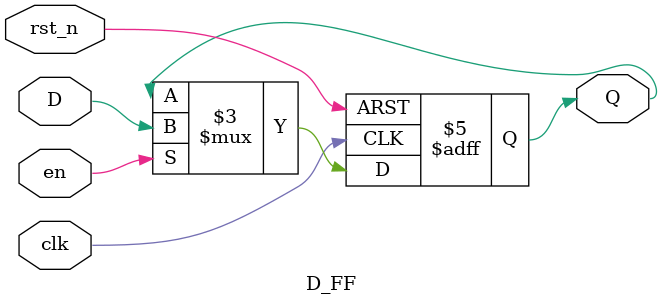
<source format=v>
`timescale 1ns / 1ps

module D_FF(D,Q,clk,en,rst_n);
    parameter N=1;
    input [N-1:0] D;
    input clk;
    input en;
    input rst_n;
    output reg [N-1:0] Q;
    
    always @ (posedge clk or negedge rst_n)
    begin
        if(~rst_n)
        begin
            Q<=0;
        end
        else if(en)
        begin
            Q<=D;
        end
    end
    
endmodule

</source>
